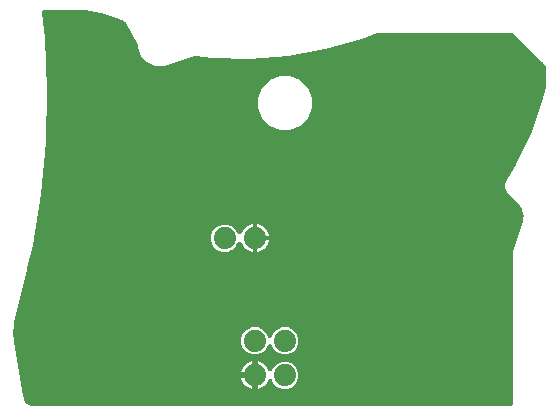
<source format=gtl>
G04 EAGLE Gerber X2 export*
G75*
%MOMM*%
%FSLAX34Y34*%
%LPD*%
%AMOC8*
5,1,8,0,0,1.08239X$1,22.5*%
G01*
%ADD10C,1.879600*%

G36*
X431866Y10167D02*
X431866Y10167D01*
X431959Y10167D01*
X432039Y10173D01*
X432111Y10186D01*
X432184Y10190D01*
X432349Y10229D01*
X432435Y10244D01*
X432466Y10257D01*
X432507Y10266D01*
X432658Y10316D01*
X432799Y10377D01*
X432941Y10432D01*
X432988Y10460D01*
X433027Y10477D01*
X433097Y10527D01*
X433225Y10604D01*
X433353Y10698D01*
X433467Y10799D01*
X433586Y10895D01*
X433622Y10937D01*
X433654Y10965D01*
X433706Y11034D01*
X433802Y11147D01*
X433896Y11275D01*
X433973Y11407D01*
X434056Y11536D01*
X434078Y11586D01*
X434099Y11623D01*
X434127Y11704D01*
X434184Y11842D01*
X434234Y11993D01*
X434249Y12065D01*
X434274Y12134D01*
X434301Y12301D01*
X434319Y12386D01*
X434320Y12419D01*
X434327Y12461D01*
X434333Y12541D01*
X434332Y12607D01*
X434339Y12700D01*
X434339Y139267D01*
X434333Y139328D01*
X434334Y139411D01*
X434222Y140996D01*
X434235Y141036D01*
X434270Y141192D01*
X434312Y141348D01*
X434316Y141394D01*
X434324Y141429D01*
X434326Y141516D01*
X434339Y141679D01*
X434339Y141721D01*
X434947Y143188D01*
X434965Y143247D01*
X434997Y143323D01*
X442597Y166121D01*
X442610Y166179D01*
X442636Y166256D01*
X443093Y168024D01*
X443100Y168068D01*
X443113Y168111D01*
X443146Y168369D01*
X443154Y168422D01*
X443154Y168430D01*
X443155Y168440D01*
X443319Y172081D01*
X443313Y172196D01*
X443316Y172311D01*
X443301Y172412D01*
X443297Y172483D01*
X443281Y172547D01*
X443267Y172639D01*
X442429Y176185D01*
X442392Y176294D01*
X442364Y176406D01*
X442322Y176499D01*
X442298Y176566D01*
X442265Y176623D01*
X442227Y176708D01*
X440452Y179891D01*
X440426Y179927D01*
X440407Y179968D01*
X440252Y180178D01*
X440222Y180221D01*
X440216Y180227D01*
X440210Y180235D01*
X439011Y181613D01*
X438968Y181653D01*
X438915Y181715D01*
X437201Y183430D01*
X437200Y183430D01*
X431905Y188725D01*
X431863Y188760D01*
X431826Y188800D01*
X431652Y188932D01*
X431594Y188981D01*
X431579Y188988D01*
X431562Y189001D01*
X430979Y189374D01*
X430435Y190151D01*
X430428Y190160D01*
X430421Y190171D01*
X430207Y190424D01*
X429536Y191094D01*
X429271Y191734D01*
X429264Y191747D01*
X429260Y191760D01*
X429242Y191792D01*
X429227Y191833D01*
X429117Y192021D01*
X429081Y192089D01*
X429070Y192102D01*
X429060Y192120D01*
X428663Y192687D01*
X428459Y193613D01*
X428455Y193625D01*
X428454Y193637D01*
X428352Y193953D01*
X427989Y194829D01*
X427989Y195521D01*
X427984Y195575D01*
X427986Y195630D01*
X427957Y195846D01*
X427949Y195922D01*
X427944Y195938D01*
X427942Y195959D01*
X427792Y196634D01*
X427958Y197568D01*
X427959Y197580D01*
X427962Y197592D01*
X427989Y197923D01*
X427989Y198871D01*
X428254Y199510D01*
X428270Y199563D01*
X428293Y199612D01*
X428348Y199823D01*
X428371Y199896D01*
X428372Y199913D01*
X428377Y199933D01*
X428498Y200614D01*
X429009Y201414D01*
X429014Y201425D01*
X429022Y201434D01*
X429173Y201730D01*
X429536Y202606D01*
X429913Y202983D01*
X429967Y203048D01*
X430027Y203106D01*
X430114Y203227D01*
X430168Y203294D01*
X430188Y203332D01*
X430220Y203376D01*
X436940Y214608D01*
X436970Y214673D01*
X437024Y214764D01*
X449474Y240415D01*
X449504Y240496D01*
X449565Y240633D01*
X458953Y267556D01*
X458970Y267627D01*
X459004Y267726D01*
X462217Y280401D01*
X462230Y280486D01*
X462252Y280569D01*
X462264Y280715D01*
X462277Y280799D01*
X462275Y280843D01*
X462279Y280900D01*
X462279Y296110D01*
X462273Y296171D01*
X462276Y296232D01*
X462248Y296428D01*
X462239Y296510D01*
X462233Y296532D01*
X462229Y296560D01*
X462170Y296820D01*
X462159Y296852D01*
X462154Y296885D01*
X462044Y297198D01*
X462042Y297202D01*
X461269Y298933D01*
X461219Y299020D01*
X461179Y299111D01*
X461109Y299214D01*
X461069Y299283D01*
X461033Y299324D01*
X460991Y299385D01*
X459863Y300776D01*
X459767Y300873D01*
X459677Y300975D01*
X459626Y301015D01*
X459579Y301062D01*
X459466Y301138D01*
X459358Y301221D01*
X459291Y301255D01*
X459245Y301286D01*
X459172Y301317D01*
X459063Y301372D01*
X458884Y301447D01*
X458138Y302193D01*
X458109Y302217D01*
X457894Y302401D01*
X457039Y303020D01*
X456733Y303518D01*
X456690Y303576D01*
X456654Y303639D01*
X456542Y303770D01*
X456490Y303839D01*
X456466Y303860D01*
X456439Y303892D01*
X435310Y325020D01*
X434536Y325794D01*
X434516Y325811D01*
X434498Y325832D01*
X434360Y325939D01*
X434225Y326049D01*
X434201Y326062D01*
X434180Y326078D01*
X434023Y326156D01*
X433869Y326238D01*
X433844Y326246D01*
X433819Y326258D01*
X433650Y326303D01*
X433483Y326353D01*
X433457Y326355D01*
X433431Y326362D01*
X433100Y326389D01*
X319888Y326389D01*
X319863Y326387D01*
X319838Y326389D01*
X319662Y326367D01*
X319487Y326349D01*
X319463Y326342D01*
X319438Y326339D01*
X319122Y326239D01*
X306438Y321073D01*
X275542Y312119D01*
X243880Y306444D01*
X211798Y304109D01*
X179647Y305141D01*
X166321Y306975D01*
X166223Y306979D01*
X166126Y306993D01*
X166022Y306987D01*
X165919Y306991D01*
X165822Y306975D01*
X165724Y306969D01*
X165601Y306939D01*
X165521Y306926D01*
X165471Y306907D01*
X165401Y306890D01*
X141884Y299051D01*
X138752Y298007D01*
X131364Y298427D01*
X124655Y301547D01*
X119574Y306925D01*
X116839Y313800D01*
X116839Y314622D01*
X116829Y314725D01*
X116829Y314828D01*
X116809Y314924D01*
X116799Y315022D01*
X116769Y315121D01*
X116748Y315222D01*
X116704Y315333D01*
X116681Y315407D01*
X116654Y315458D01*
X116625Y315530D01*
X107029Y334721D01*
X106984Y334792D01*
X106948Y334868D01*
X106877Y334962D01*
X106815Y335062D01*
X106756Y335123D01*
X106706Y335190D01*
X106618Y335268D01*
X106537Y335353D01*
X106468Y335401D01*
X106405Y335457D01*
X106277Y335535D01*
X106207Y335584D01*
X106168Y335601D01*
X106121Y335629D01*
X105049Y336166D01*
X104778Y336301D01*
X104746Y336313D01*
X104707Y336335D01*
X98758Y339027D01*
X98676Y339055D01*
X98616Y339080D01*
X98592Y339092D01*
X98578Y339095D01*
X98538Y339112D01*
X86106Y343082D01*
X86053Y343093D01*
X85801Y343154D01*
X72906Y345163D01*
X72820Y345168D01*
X72671Y345185D01*
X66146Y345438D01*
X66112Y345436D01*
X66067Y345439D01*
X38100Y345439D01*
X38034Y345433D01*
X37941Y345433D01*
X37861Y345427D01*
X37789Y345414D01*
X37716Y345410D01*
X37551Y345371D01*
X37465Y345356D01*
X37434Y345343D01*
X37393Y345334D01*
X37242Y345284D01*
X37101Y345223D01*
X36959Y345168D01*
X36912Y345140D01*
X36873Y345123D01*
X36803Y345073D01*
X36675Y344996D01*
X36547Y344902D01*
X36433Y344801D01*
X36314Y344705D01*
X36278Y344663D01*
X36246Y344635D01*
X36194Y344566D01*
X36098Y344453D01*
X36004Y344325D01*
X36004Y344324D01*
X36003Y344323D01*
X35831Y344039D01*
X35824Y344021D01*
X35814Y344005D01*
X35809Y343990D01*
X35801Y343977D01*
X35747Y343820D01*
X35687Y343663D01*
X35684Y343644D01*
X35677Y343626D01*
X35675Y343611D01*
X35670Y343596D01*
X35648Y343431D01*
X35621Y343266D01*
X35621Y343247D01*
X35618Y343228D01*
X35619Y343211D01*
X35617Y343197D01*
X35622Y343129D01*
X35630Y342896D01*
X38046Y322120D01*
X40077Y277965D01*
X39023Y233775D01*
X34889Y189766D01*
X27695Y146154D01*
X23129Y126938D01*
X23126Y126919D01*
X23120Y126900D01*
X23100Y126720D01*
X23095Y126686D01*
X22575Y124606D01*
X22573Y124596D01*
X22569Y124583D01*
X22084Y122541D01*
X21987Y122255D01*
X12575Y84607D01*
X12569Y84563D01*
X12553Y84506D01*
X11730Y80313D01*
X11725Y80258D01*
X11694Y80003D01*
X11353Y71476D01*
X11357Y71421D01*
X11365Y71164D01*
X11850Y66919D01*
X11860Y66875D01*
X11865Y66816D01*
X12264Y64424D01*
X19822Y19070D01*
X19823Y19070D01*
X19848Y18915D01*
X19848Y18914D01*
X20221Y16678D01*
X20237Y16620D01*
X20250Y16538D01*
X20439Y15751D01*
X20454Y15705D01*
X20463Y15658D01*
X20546Y15441D01*
X20547Y15436D01*
X20548Y15435D01*
X20550Y15430D01*
X20571Y15370D01*
X20577Y15361D01*
X20581Y15348D01*
X21279Y13890D01*
X21341Y13788D01*
X21395Y13681D01*
X21453Y13603D01*
X21488Y13545D01*
X21535Y13495D01*
X21594Y13416D01*
X22669Y12208D01*
X22757Y12127D01*
X22838Y12040D01*
X22915Y11982D01*
X22965Y11936D01*
X23024Y11900D01*
X23103Y11840D01*
X24471Y10979D01*
X24578Y10925D01*
X24680Y10864D01*
X24770Y10829D01*
X24831Y10799D01*
X24898Y10781D01*
X24990Y10746D01*
X26543Y10297D01*
X26590Y10289D01*
X26636Y10273D01*
X26877Y10236D01*
X26939Y10225D01*
X26950Y10225D01*
X26964Y10223D01*
X27772Y10166D01*
X27832Y10168D01*
X27915Y10161D01*
X431800Y10161D01*
X431866Y10167D01*
G37*
%LPC*%
G36*
X236753Y243839D02*
X236753Y243839D01*
X228350Y247320D01*
X221920Y253750D01*
X218439Y262153D01*
X218439Y271247D01*
X221920Y279650D01*
X228350Y286080D01*
X236753Y289561D01*
X245847Y289561D01*
X254250Y286080D01*
X260680Y279650D01*
X264161Y271247D01*
X264161Y262153D01*
X260680Y253750D01*
X254250Y247320D01*
X245847Y243839D01*
X236753Y243839D01*
G37*
%LPD*%
%LPC*%
G36*
X213626Y53847D02*
X213626Y53847D01*
X209425Y55587D01*
X206209Y58803D01*
X204469Y63004D01*
X204469Y67552D01*
X206209Y71753D01*
X209425Y74969D01*
X213626Y76709D01*
X218174Y76709D01*
X222375Y74969D01*
X225591Y71753D01*
X226723Y69018D01*
X226728Y69010D01*
X226730Y69002D01*
X226822Y68834D01*
X226914Y68663D01*
X226919Y68656D01*
X226924Y68648D01*
X227047Y68502D01*
X227170Y68353D01*
X227177Y68347D01*
X227183Y68340D01*
X227333Y68221D01*
X227483Y68099D01*
X227491Y68095D01*
X227497Y68089D01*
X227669Y68001D01*
X227839Y67912D01*
X227848Y67909D01*
X227856Y67905D01*
X228041Y67853D01*
X228226Y67799D01*
X228234Y67798D01*
X228243Y67796D01*
X228434Y67781D01*
X228627Y67764D01*
X228636Y67765D01*
X228644Y67765D01*
X228837Y67788D01*
X229027Y67809D01*
X229035Y67812D01*
X229044Y67813D01*
X229229Y67874D01*
X229410Y67933D01*
X229418Y67937D01*
X229426Y67940D01*
X229594Y68035D01*
X229762Y68129D01*
X229768Y68135D01*
X229776Y68139D01*
X229921Y68266D01*
X230067Y68391D01*
X230073Y68398D01*
X230080Y68404D01*
X230197Y68556D01*
X230316Y68708D01*
X230320Y68716D01*
X230325Y68723D01*
X230477Y69018D01*
X231609Y71753D01*
X234825Y74969D01*
X239026Y76709D01*
X243574Y76709D01*
X247775Y74969D01*
X250991Y71753D01*
X252731Y67552D01*
X252731Y63004D01*
X250991Y58803D01*
X247775Y55587D01*
X243574Y53847D01*
X239026Y53847D01*
X234825Y55587D01*
X231609Y58803D01*
X230477Y61538D01*
X230472Y61546D01*
X230470Y61554D01*
X230377Y61723D01*
X230286Y61893D01*
X230281Y61900D01*
X230276Y61908D01*
X230152Y62055D01*
X230030Y62203D01*
X230023Y62209D01*
X230017Y62216D01*
X229866Y62336D01*
X229717Y62457D01*
X229710Y62461D01*
X229702Y62467D01*
X229532Y62554D01*
X229361Y62644D01*
X229352Y62647D01*
X229344Y62651D01*
X229162Y62702D01*
X228974Y62757D01*
X228965Y62758D01*
X228957Y62760D01*
X228766Y62775D01*
X228573Y62792D01*
X228564Y62791D01*
X228556Y62791D01*
X228365Y62768D01*
X228173Y62747D01*
X228165Y62744D01*
X228156Y62743D01*
X227975Y62683D01*
X227790Y62623D01*
X227782Y62619D01*
X227774Y62616D01*
X227607Y62521D01*
X227438Y62427D01*
X227432Y62421D01*
X227424Y62417D01*
X227277Y62289D01*
X227133Y62165D01*
X227127Y62158D01*
X227120Y62152D01*
X227003Y61999D01*
X226884Y61848D01*
X226880Y61840D01*
X226875Y61833D01*
X226723Y61538D01*
X225591Y58803D01*
X222375Y55587D01*
X218174Y53847D01*
X213626Y53847D01*
G37*
%LPD*%
%LPC*%
G36*
X213104Y140755D02*
X213104Y140755D01*
X211317Y141336D01*
X209643Y142189D01*
X208122Y143294D01*
X206794Y144622D01*
X205689Y146143D01*
X204826Y147836D01*
X204804Y147887D01*
X204778Y147971D01*
X204723Y148071D01*
X204678Y148174D01*
X204627Y148247D01*
X204584Y148325D01*
X204512Y148411D01*
X204447Y148504D01*
X204382Y148565D01*
X204325Y148633D01*
X204237Y148703D01*
X204155Y148781D01*
X204080Y148828D01*
X204010Y148884D01*
X203910Y148935D01*
X203814Y148995D01*
X203731Y149027D01*
X203652Y149068D01*
X203544Y149098D01*
X203438Y149139D01*
X203350Y149153D01*
X203265Y149177D01*
X203152Y149186D01*
X203041Y149205D01*
X202952Y149202D01*
X202864Y149208D01*
X202752Y149195D01*
X202638Y149191D01*
X202552Y149170D01*
X202464Y149160D01*
X202357Y149124D01*
X202247Y149098D01*
X202166Y149061D01*
X202082Y149033D01*
X201983Y148977D01*
X201881Y148930D01*
X201809Y148878D01*
X201732Y148834D01*
X201647Y148759D01*
X201555Y148693D01*
X201495Y148628D01*
X201428Y148569D01*
X201359Y148480D01*
X201283Y148396D01*
X201237Y148320D01*
X201183Y148250D01*
X201118Y148124D01*
X201075Y148052D01*
X201059Y148009D01*
X201031Y147955D01*
X200191Y145925D01*
X196975Y142709D01*
X195344Y142034D01*
X192774Y140969D01*
X188226Y140969D01*
X184025Y142709D01*
X180809Y145925D01*
X179069Y150126D01*
X179069Y154674D01*
X180809Y158875D01*
X184025Y162091D01*
X185406Y162662D01*
X185406Y162663D01*
X188226Y163831D01*
X192774Y163831D01*
X196975Y162091D01*
X200191Y158875D01*
X201031Y156845D01*
X201073Y156767D01*
X201106Y156684D01*
X201168Y156590D01*
X201221Y156490D01*
X201278Y156422D01*
X201327Y156348D01*
X201406Y156267D01*
X201478Y156180D01*
X201547Y156124D01*
X201609Y156061D01*
X201703Y155997D01*
X201791Y155926D01*
X201869Y155885D01*
X201943Y155835D01*
X202047Y155792D01*
X202147Y155739D01*
X202232Y155714D01*
X202314Y155680D01*
X202425Y155658D01*
X202533Y155626D01*
X202622Y155618D01*
X202709Y155601D01*
X202822Y155601D01*
X202935Y155591D01*
X203023Y155601D01*
X203112Y155601D01*
X203223Y155624D01*
X203335Y155636D01*
X203419Y155664D01*
X203506Y155681D01*
X203610Y155725D01*
X203718Y155760D01*
X203796Y155803D01*
X203877Y155837D01*
X203971Y155901D01*
X204069Y155956D01*
X204137Y156014D01*
X204210Y156064D01*
X204289Y156144D01*
X204375Y156218D01*
X204430Y156288D01*
X204492Y156351D01*
X204554Y156446D01*
X204624Y156535D01*
X204663Y156614D01*
X204712Y156689D01*
X204766Y156819D01*
X204804Y156895D01*
X204816Y156939D01*
X204830Y156971D01*
X205689Y158657D01*
X206794Y160178D01*
X208122Y161506D01*
X209643Y162611D01*
X211317Y163464D01*
X213104Y164045D01*
X213869Y164166D01*
X213869Y152400D01*
X213869Y140634D01*
X213104Y140755D01*
G37*
%LPD*%
%LPC*%
G36*
X218439Y35814D02*
X218439Y35814D01*
X218437Y35832D01*
X218439Y35849D01*
X218418Y36032D01*
X218399Y36214D01*
X218394Y36231D01*
X218392Y36249D01*
X218367Y36327D01*
X218406Y36464D01*
X218408Y36482D01*
X218412Y36499D01*
X218439Y36830D01*
X218439Y48007D01*
X218696Y47967D01*
X220483Y47386D01*
X222157Y46533D01*
X223678Y45428D01*
X225006Y44100D01*
X226111Y42579D01*
X226974Y40886D01*
X226996Y40835D01*
X227022Y40751D01*
X227076Y40652D01*
X227122Y40548D01*
X227173Y40475D01*
X227216Y40397D01*
X227288Y40311D01*
X227353Y40218D01*
X227418Y40157D01*
X227475Y40089D01*
X227563Y40019D01*
X227645Y39941D01*
X227720Y39894D01*
X227790Y39838D01*
X227890Y39787D01*
X227986Y39727D01*
X228069Y39695D01*
X228148Y39654D01*
X228256Y39624D01*
X228362Y39583D01*
X228450Y39569D01*
X228535Y39545D01*
X228648Y39536D01*
X228759Y39517D01*
X228848Y39520D01*
X228936Y39514D01*
X229049Y39527D01*
X229162Y39531D01*
X229248Y39552D01*
X229336Y39562D01*
X229443Y39598D01*
X229553Y39624D01*
X229634Y39661D01*
X229718Y39689D01*
X229816Y39745D01*
X229919Y39792D01*
X229991Y39844D01*
X230068Y39888D01*
X230153Y39963D01*
X230245Y40029D01*
X230305Y40094D01*
X230372Y40153D01*
X230441Y40242D01*
X230517Y40325D01*
X230563Y40402D01*
X230617Y40472D01*
X230681Y40597D01*
X230725Y40670D01*
X230741Y40713D01*
X230769Y40767D01*
X231609Y42797D01*
X234825Y46013D01*
X236922Y46881D01*
X239026Y47753D01*
X243574Y47753D01*
X247775Y46013D01*
X250991Y42797D01*
X252731Y38596D01*
X252731Y34048D01*
X250991Y29847D01*
X247775Y26631D01*
X243574Y24891D01*
X239026Y24891D01*
X234825Y26631D01*
X231609Y29847D01*
X230769Y31877D01*
X230727Y31955D01*
X230694Y32038D01*
X230632Y32132D01*
X230579Y32232D01*
X230522Y32300D01*
X230473Y32375D01*
X230394Y32455D01*
X230322Y32542D01*
X230253Y32598D01*
X230191Y32661D01*
X230097Y32725D01*
X230009Y32796D01*
X229931Y32837D01*
X229857Y32887D01*
X229753Y32931D01*
X229653Y32983D01*
X229568Y33008D01*
X229486Y33042D01*
X229375Y33064D01*
X229267Y33096D01*
X229178Y33104D01*
X229091Y33121D01*
X228978Y33121D01*
X228865Y33131D01*
X228777Y33121D01*
X228688Y33121D01*
X228578Y33098D01*
X228465Y33086D01*
X228381Y33058D01*
X228294Y33041D01*
X228190Y32997D01*
X228082Y32962D01*
X228004Y32919D01*
X227923Y32885D01*
X227829Y32821D01*
X227731Y32766D01*
X227663Y32708D01*
X227590Y32658D01*
X227510Y32578D01*
X227425Y32504D01*
X227370Y32434D01*
X227308Y32371D01*
X227246Y32276D01*
X227176Y32187D01*
X227137Y32108D01*
X227088Y32033D01*
X227034Y31903D01*
X226996Y31827D01*
X226984Y31783D01*
X226970Y31751D01*
X226111Y30065D01*
X225006Y28544D01*
X223678Y27216D01*
X222157Y26111D01*
X220483Y25258D01*
X218696Y24677D01*
X218439Y24637D01*
X218439Y35814D01*
G37*
%LPD*%
%LPC*%
G36*
X217931Y154431D02*
X217931Y154431D01*
X217931Y164166D01*
X218696Y164045D01*
X220483Y163464D01*
X222157Y162611D01*
X223678Y161506D01*
X225006Y160178D01*
X226111Y158657D01*
X226964Y156983D01*
X227545Y155196D01*
X227666Y154431D01*
X217931Y154431D01*
G37*
%LPD*%
%LPC*%
G36*
X217931Y150369D02*
X217931Y150369D01*
X227666Y150369D01*
X227545Y149604D01*
X226964Y147817D01*
X226111Y146143D01*
X225006Y144622D01*
X223678Y143294D01*
X222157Y142189D01*
X220483Y141336D01*
X218696Y140755D01*
X217931Y140634D01*
X217931Y150369D01*
G37*
%LPD*%
%LPC*%
G36*
X204215Y38861D02*
X204215Y38861D01*
X204255Y39118D01*
X204836Y40905D01*
X205689Y42579D01*
X206794Y44100D01*
X208122Y45428D01*
X209643Y46533D01*
X211317Y47386D01*
X213104Y47967D01*
X213361Y48007D01*
X213361Y38861D01*
X204215Y38861D01*
G37*
%LPD*%
%LPC*%
G36*
X213104Y24677D02*
X213104Y24677D01*
X211317Y25258D01*
X209643Y26111D01*
X208122Y27216D01*
X206794Y28544D01*
X205689Y30065D01*
X204836Y31739D01*
X204255Y33526D01*
X204215Y33783D01*
X213361Y33783D01*
X213361Y24637D01*
X213104Y24677D01*
G37*
%LPD*%
D10*
X215900Y65278D03*
X215900Y36322D03*
X241300Y65278D03*
X241300Y36322D03*
X190500Y152400D03*
X215900Y152400D03*
M02*

</source>
